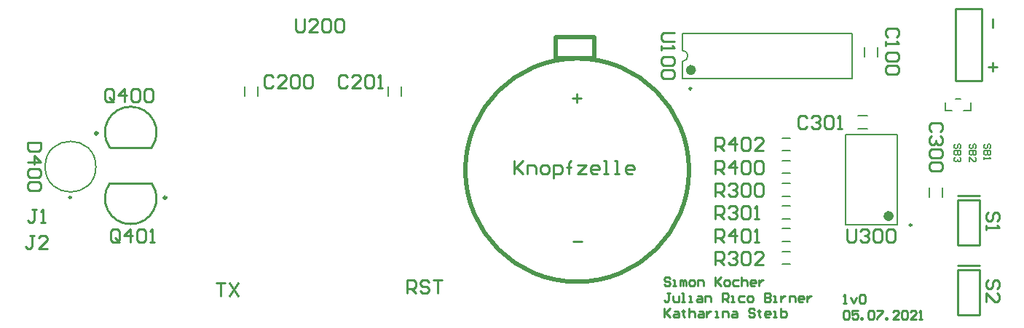
<source format=gto>
G04*
G04 #@! TF.GenerationSoftware,Altium Limited,Altium Designer,21.5.1 (32)*
G04*
G04 Layer_Color=16777215*
%FSLAX25Y25*%
%MOIN*%
G70*
G04*
G04 #@! TF.SameCoordinates,6B47F07E-1737-4CAB-AE6A-8125E67B32FB*
G04*
G04*
G04 #@! TF.FilePolarity,Positive*
G04*
G01*
G75*
%ADD10C,0.01181*%
%ADD11C,0.01000*%
%ADD12C,0.02000*%
%ADD13C,0.00787*%
%ADD14C,0.00984*%
%ADD15C,0.02362*%
%ADD16C,0.00591*%
%ADD17C,0.00800*%
D10*
X66339Y63779D02*
G03*
X66339Y63779I-591J0D01*
G01*
X34843Y93307D02*
G03*
X34843Y93307I-591J0D01*
G01*
D11*
X40337Y70231D02*
G03*
X59663Y70231I9663J-6791D01*
G01*
Y86856D02*
G03*
X40337Y86856I-9663J6791D01*
G01*
X40453Y70259D02*
X59547Y70276D01*
X40453Y86811D02*
X59547Y86828D01*
X427658Y117323D02*
X439468D01*
X427658Y150197D02*
X439468D01*
X427658Y117323D02*
Y150197D01*
X439468Y117323D02*
Y150197D01*
X428642Y64527D02*
X438484D01*
X428642Y62559D02*
X438484D01*
X428642Y42087D02*
X438484D01*
Y62559D01*
X428642Y42087D02*
Y62559D01*
Y32579D02*
X438484D01*
X428642Y30610D02*
X438484D01*
X428642Y10138D02*
X438484D01*
Y30610D01*
X428642Y10138D02*
Y30610D01*
X376197Y15285D02*
X377530D01*
X376863D01*
Y19284D01*
X376197Y18617D01*
X379529Y17951D02*
X380862Y15285D01*
X382195Y17951D01*
X383528Y18617D02*
X384194Y19284D01*
X385527D01*
X386194Y18617D01*
Y15951D01*
X385527Y15285D01*
X384194D01*
X383528Y15951D01*
Y18617D01*
X376197Y11419D02*
X376863Y12085D01*
X378196D01*
X378863Y11419D01*
Y8753D01*
X378196Y8087D01*
X376863D01*
X376197Y8753D01*
Y11419D01*
X382861Y12085D02*
X380196D01*
Y10086D01*
X381528Y10752D01*
X382195D01*
X382861Y10086D01*
Y8753D01*
X382195Y8087D01*
X380862D01*
X380196Y8753D01*
X384194Y8087D02*
Y8753D01*
X384861D01*
Y8087D01*
X384194D01*
X387526Y11419D02*
X388193Y12085D01*
X389526D01*
X390192Y11419D01*
Y8753D01*
X389526Y8087D01*
X388193D01*
X387526Y8753D01*
Y11419D01*
X391525Y12085D02*
X394191D01*
Y11419D01*
X391525Y8753D01*
Y8087D01*
X395524D02*
Y8753D01*
X396190D01*
Y8087D01*
X395524D01*
X401522D02*
X398856D01*
X401522Y10752D01*
Y11419D01*
X400856Y12085D01*
X399523D01*
X398856Y11419D01*
X402855D02*
X403521Y12085D01*
X404854D01*
X405521Y11419D01*
Y8753D01*
X404854Y8087D01*
X403521D01*
X402855Y8753D01*
Y11419D01*
X409519Y8087D02*
X406854D01*
X409519Y10752D01*
Y11419D01*
X408853Y12085D01*
X407520D01*
X406854Y11419D01*
X410852Y8087D02*
X412185D01*
X411519D01*
Y12085D01*
X410852Y11419D01*
X296973Y26680D02*
X296306Y27347D01*
X294973D01*
X294307Y26680D01*
Y26013D01*
X294973Y25347D01*
X296306D01*
X296973Y24681D01*
Y24014D01*
X296306Y23348D01*
X294973D01*
X294307Y24014D01*
X298306Y23348D02*
X299639D01*
X298972D01*
Y26013D01*
X298306D01*
X301638Y23348D02*
Y26013D01*
X302305D01*
X302971Y25347D01*
Y23348D01*
Y25347D01*
X303637Y26013D01*
X304304Y25347D01*
Y23348D01*
X306303D02*
X307636D01*
X308303Y24014D01*
Y25347D01*
X307636Y26013D01*
X306303D01*
X305637Y25347D01*
Y24014D01*
X306303Y23348D01*
X309635D02*
Y26013D01*
X311635D01*
X312301Y25347D01*
Y23348D01*
X317633Y27347D02*
Y23348D01*
Y24681D01*
X320299Y27347D01*
X318299Y25347D01*
X320299Y23348D01*
X322298D02*
X323631D01*
X324297Y24014D01*
Y25347D01*
X323631Y26013D01*
X322298D01*
X321632Y25347D01*
Y24014D01*
X322298Y23348D01*
X328296Y26013D02*
X326297D01*
X325630Y25347D01*
Y24014D01*
X326297Y23348D01*
X328296D01*
X329629Y27347D02*
Y23348D01*
Y25347D01*
X330295Y26013D01*
X331628D01*
X332295Y25347D01*
Y23348D01*
X335627D02*
X334294D01*
X333628Y24014D01*
Y25347D01*
X334294Y26013D01*
X335627D01*
X336294Y25347D01*
Y24681D01*
X333628D01*
X337627Y26013D02*
Y23348D01*
Y24681D01*
X338293Y25347D01*
X338959Y26013D01*
X339626D01*
X296973Y20148D02*
X295640D01*
X296306D01*
Y16816D01*
X295640Y16149D01*
X294973D01*
X294307Y16816D01*
X298306Y18815D02*
Y16816D01*
X298972Y16149D01*
X300972D01*
Y18815D01*
X302305Y16149D02*
X303637D01*
X302971D01*
Y20148D01*
X302305D01*
X305637Y16149D02*
X306970D01*
X306303D01*
Y18815D01*
X305637D01*
X309635D02*
X310968D01*
X311635Y18149D01*
Y16149D01*
X309635D01*
X308969Y16816D01*
X309635Y17482D01*
X311635D01*
X312968Y16149D02*
Y18815D01*
X314967D01*
X315634Y18149D01*
Y16149D01*
X320965D02*
Y20148D01*
X322965D01*
X323631Y19482D01*
Y18149D01*
X322965Y17482D01*
X320965D01*
X322298D02*
X323631Y16149D01*
X324964D02*
X326297D01*
X325630D01*
Y18815D01*
X324964D01*
X330962D02*
X328963D01*
X328296Y18149D01*
Y16816D01*
X328963Y16149D01*
X330962D01*
X332961D02*
X334294D01*
X334961Y16816D01*
Y18149D01*
X334294Y18815D01*
X332961D01*
X332295Y18149D01*
Y16816D01*
X332961Y16149D01*
X340292Y20148D02*
Y16149D01*
X342292D01*
X342958Y16816D01*
Y17482D01*
X342292Y18149D01*
X340292D01*
X342292D01*
X342958Y18815D01*
Y19482D01*
X342292Y20148D01*
X340292D01*
X344291Y16149D02*
X345624D01*
X344957D01*
Y18815D01*
X344291D01*
X347623D02*
Y16149D01*
Y17482D01*
X348290Y18149D01*
X348956Y18815D01*
X349623D01*
X351622Y16149D02*
Y18815D01*
X353621D01*
X354288Y18149D01*
Y16149D01*
X357620D02*
X356287D01*
X355621Y16816D01*
Y18149D01*
X356287Y18815D01*
X357620D01*
X358286Y18149D01*
Y17482D01*
X355621D01*
X359619Y18815D02*
Y16149D01*
Y17482D01*
X360286Y18149D01*
X360952Y18815D01*
X361619D01*
X294307Y12950D02*
Y8951D01*
Y10284D01*
X296973Y12950D01*
X294973Y10950D01*
X296973Y8951D01*
X298972Y11617D02*
X300305D01*
X300972Y10950D01*
Y8951D01*
X298972D01*
X298306Y9617D01*
X298972Y10284D01*
X300972D01*
X302971Y12283D02*
Y11617D01*
X302305D01*
X303637D01*
X302971D01*
Y9617D01*
X303637Y8951D01*
X305637Y12950D02*
Y8951D01*
Y10950D01*
X306303Y11617D01*
X307636D01*
X308303Y10950D01*
Y8951D01*
X310302Y11617D02*
X311635D01*
X312301Y10950D01*
Y8951D01*
X310302D01*
X309635Y9617D01*
X310302Y10284D01*
X312301D01*
X313634Y11617D02*
Y8951D01*
Y10284D01*
X314301Y10950D01*
X314967Y11617D01*
X315634D01*
X317633Y8951D02*
X318966D01*
X318299D01*
Y11617D01*
X317633D01*
X320965Y8951D02*
Y11617D01*
X322965D01*
X323631Y10950D01*
Y8951D01*
X325630Y11617D02*
X326963D01*
X327630Y10950D01*
Y8951D01*
X325630D01*
X324964Y9617D01*
X325630Y10284D01*
X327630D01*
X335627Y12283D02*
X334961Y12950D01*
X333628D01*
X332961Y12283D01*
Y11617D01*
X333628Y10950D01*
X334961D01*
X335627Y10284D01*
Y9617D01*
X334961Y8951D01*
X333628D01*
X332961Y9617D01*
X337627Y12283D02*
Y11617D01*
X336960D01*
X338293D01*
X337627D01*
Y9617D01*
X338293Y8951D01*
X342292D02*
X340959D01*
X340292Y9617D01*
Y10950D01*
X340959Y11617D01*
X342292D01*
X342958Y10950D01*
Y10284D01*
X340292D01*
X344291Y8951D02*
X345624D01*
X344957D01*
Y11617D01*
X344291D01*
X347623Y12950D02*
Y8951D01*
X349623D01*
X350289Y9617D01*
Y10284D01*
Y10950D01*
X349623Y11617D01*
X347623D01*
X8905Y88949D02*
X2906D01*
Y85950D01*
X3906Y84951D01*
X7905D01*
X8905Y85950D01*
Y88949D01*
X2906Y79952D02*
X8905D01*
X5906Y82951D01*
Y78952D01*
X7905Y76953D02*
X8905Y75953D01*
Y73954D01*
X7905Y72954D01*
X3906D01*
X2906Y73954D01*
Y75953D01*
X3906Y76953D01*
X7905D01*
Y70955D02*
X8905Y69955D01*
Y67956D01*
X7905Y66956D01*
X3906D01*
X2906Y67956D01*
Y69955D01*
X3906Y70955D01*
X7905D01*
X44789Y44260D02*
Y48259D01*
X43790Y49259D01*
X41790D01*
X40791Y48259D01*
Y44260D01*
X41790Y43261D01*
X43790D01*
X42790Y45260D02*
X44789Y43261D01*
X43790D02*
X44789Y44260D01*
X49788Y43261D02*
Y49259D01*
X46789Y46260D01*
X50787D01*
X52787Y48259D02*
X53786Y49259D01*
X55786D01*
X56786Y48259D01*
Y44260D01*
X55786Y43261D01*
X53786D01*
X52787Y44260D01*
Y48259D01*
X58785Y43261D02*
X60784D01*
X59785D01*
Y49259D01*
X58785Y48259D01*
X5835Y46433D02*
X3836D01*
X4835D01*
Y41434D01*
X3836Y40435D01*
X2836D01*
X1836Y41434D01*
X11833Y40435D02*
X7834D01*
X11833Y44434D01*
Y45433D01*
X10833Y46433D01*
X8834D01*
X7834Y45433D01*
X6835Y58244D02*
X4835D01*
X5835D01*
Y53246D01*
X4835Y52246D01*
X3836D01*
X2836Y53246D01*
X8834Y52246D02*
X10833D01*
X9834D01*
Y58244D01*
X8834Y57244D01*
X317350Y43458D02*
Y49456D01*
X320349D01*
X321349Y48456D01*
Y46457D01*
X320349Y45457D01*
X317350D01*
X319349D02*
X321349Y43458D01*
X326347D02*
Y49456D01*
X323348Y46457D01*
X327347D01*
X329346Y48456D02*
X330346Y49456D01*
X332345D01*
X333345Y48456D01*
Y44457D01*
X332345Y43458D01*
X330346D01*
X329346Y44457D01*
Y48456D01*
X335344Y43458D02*
X337344D01*
X336344D01*
Y49456D01*
X335344Y48456D01*
X254331Y111448D02*
Y107449D01*
X256330Y109449D02*
X252331D01*
X252378Y43618D02*
X256377D01*
X444343Y121623D02*
Y125621D01*
X442344Y123622D02*
X446343D01*
X444343Y141623D02*
Y145621D01*
X89189Y24715D02*
X93188D01*
X91188D01*
Y18717D01*
X95187Y24715D02*
X99186Y18717D01*
Y24715D02*
X95187Y18717D01*
X176591Y19898D02*
Y25896D01*
X179590D01*
X180589Y24896D01*
Y22897D01*
X179590Y21897D01*
X176591D01*
X178590D02*
X180589Y19898D01*
X186587Y24896D02*
X185588Y25896D01*
X183588D01*
X182589Y24896D01*
Y23896D01*
X183588Y22897D01*
X185588D01*
X186587Y21897D01*
Y20897D01*
X185588Y19898D01*
X183588D01*
X182589Y20897D01*
X188587Y25896D02*
X192585D01*
X190586D01*
Y19898D01*
X149022Y118929D02*
X148022Y119928D01*
X146023D01*
X145023Y118929D01*
Y114930D01*
X146023Y113930D01*
X148022D01*
X149022Y114930D01*
X155020Y113930D02*
X151021D01*
X155020Y117929D01*
Y118929D01*
X154020Y119928D01*
X152021D01*
X151021Y118929D01*
X157019D02*
X158019Y119928D01*
X160018D01*
X161018Y118929D01*
Y114930D01*
X160018Y113930D01*
X158019D01*
X157019Y114930D01*
Y118929D01*
X163017Y113930D02*
X165016D01*
X164017D01*
Y119928D01*
X163017Y118929D01*
X400424Y137206D02*
X401424Y138206D01*
Y140206D01*
X400424Y141205D01*
X396426D01*
X395426Y140206D01*
Y138206D01*
X396426Y137206D01*
X395426Y135207D02*
Y133208D01*
Y134207D01*
X401424D01*
X400424Y135207D01*
Y130209D02*
X401424Y129209D01*
Y127210D01*
X400424Y126210D01*
X396426D01*
X395426Y127210D01*
Y129209D01*
X396426Y130209D01*
X400424D01*
Y124211D02*
X401424Y123211D01*
Y121212D01*
X400424Y120212D01*
X396426D01*
X395426Y121212D01*
Y123211D01*
X396426Y124211D01*
X400424D01*
X225658Y80770D02*
Y74772D01*
Y76772D01*
X229657Y80770D01*
X226658Y77771D01*
X229657Y74772D01*
X231657D02*
Y78771D01*
X234656D01*
X235655Y77771D01*
Y74772D01*
X238654D02*
X240654D01*
X241653Y75772D01*
Y77771D01*
X240654Y78771D01*
X238654D01*
X237655Y77771D01*
Y75772D01*
X238654Y74772D01*
X243653Y72773D02*
Y78771D01*
X246652D01*
X247651Y77771D01*
Y75772D01*
X246652Y74772D01*
X243653D01*
X250650D02*
Y79771D01*
Y77771D01*
X249651D01*
X251650D01*
X250650D01*
Y79771D01*
X251650Y80770D01*
X254649Y78771D02*
X258648D01*
X254649Y74772D01*
X258648D01*
X263646D02*
X261647D01*
X260647Y75772D01*
Y77771D01*
X261647Y78771D01*
X263646D01*
X264646Y77771D01*
Y76772D01*
X260647D01*
X266645Y74772D02*
X268645D01*
X267645D01*
Y80770D01*
X266645D01*
X271644Y74772D02*
X273643D01*
X272643D01*
Y80770D01*
X271644D01*
X279641Y74772D02*
X277642D01*
X276642Y75772D01*
Y77771D01*
X277642Y78771D01*
X279641D01*
X280641Y77771D01*
Y76772D01*
X276642D01*
X115050Y118929D02*
X114050Y119928D01*
X112050D01*
X111051Y118929D01*
Y114930D01*
X112050Y113930D01*
X114050D01*
X115050Y114930D01*
X121048Y113930D02*
X117049D01*
X121048Y117929D01*
Y118929D01*
X120048Y119928D01*
X118049D01*
X117049Y118929D01*
X123047D02*
X124047Y119928D01*
X126046D01*
X127046Y118929D01*
Y114930D01*
X126046Y113930D01*
X124047D01*
X123047Y114930D01*
Y118929D01*
X129045D02*
X130045Y119928D01*
X132044D01*
X133044Y118929D01*
Y114930D01*
X132044Y113930D01*
X130045D01*
X129045Y114930D01*
Y118929D01*
X446343Y22161D02*
X447342Y23161D01*
Y25160D01*
X446343Y26160D01*
X445343D01*
X444343Y25160D01*
Y23161D01*
X443343Y22161D01*
X442344D01*
X441344Y23161D01*
Y25160D01*
X442344Y26160D01*
X441344Y16163D02*
Y20162D01*
X445343Y16163D01*
X446343D01*
X447342Y17163D01*
Y19162D01*
X446343Y20162D01*
X446343Y52953D02*
X447342Y53952D01*
Y55952D01*
X446343Y56951D01*
X445343D01*
X444343Y55952D01*
Y53952D01*
X443343Y52953D01*
X442344D01*
X441344Y53952D01*
Y55952D01*
X442344Y56951D01*
X441344Y50953D02*
Y48954D01*
Y49954D01*
X447342D01*
X446343Y50953D01*
X125618Y145676D02*
Y140678D01*
X126618Y139678D01*
X128617D01*
X129616Y140678D01*
Y145676D01*
X135615Y139678D02*
X131616D01*
X135615Y143677D01*
Y144676D01*
X134615Y145676D01*
X132616D01*
X131616Y144676D01*
X137614D02*
X138614Y145676D01*
X140613D01*
X141613Y144676D01*
Y140678D01*
X140613Y139678D01*
X138614D01*
X137614Y140678D01*
Y144676D01*
X143612D02*
X144612Y145676D01*
X146611D01*
X147611Y144676D01*
Y140678D01*
X146611Y139678D01*
X144612D01*
X143612Y140678D01*
Y144676D01*
X377980Y49456D02*
Y44457D01*
X378980Y43458D01*
X380979D01*
X381979Y44457D01*
Y49456D01*
X383978Y48456D02*
X384978Y49456D01*
X386977D01*
X387977Y48456D01*
Y47456D01*
X386977Y46457D01*
X385977D01*
X386977D01*
X387977Y45457D01*
Y44457D01*
X386977Y43458D01*
X384978D01*
X383978Y44457D01*
X389976Y48456D02*
X390976Y49456D01*
X392975D01*
X393975Y48456D01*
Y44457D01*
X392975Y43458D01*
X390976D01*
X389976Y44457D01*
Y48456D01*
X395974D02*
X396974Y49456D01*
X398973D01*
X399973Y48456D01*
Y44457D01*
X398973Y43458D01*
X396974D01*
X395974Y44457D01*
Y48456D01*
X298964Y139237D02*
X293965D01*
X292966Y138237D01*
Y136238D01*
X293965Y135238D01*
X298964D01*
X292966Y133239D02*
Y131239D01*
Y132239D01*
X298964D01*
X297964Y133239D01*
Y128240D02*
X298964Y127241D01*
Y125241D01*
X297964Y124242D01*
X293965D01*
X292966Y125241D01*
Y127241D01*
X293965Y128240D01*
X297964D01*
Y122242D02*
X298964Y121243D01*
Y119243D01*
X297964Y118244D01*
X293965D01*
X292966Y119243D01*
Y121243D01*
X293965Y122242D01*
X297964D01*
X317350Y85190D02*
Y91188D01*
X320349D01*
X321349Y90188D01*
Y88189D01*
X320349Y87189D01*
X317350D01*
X319349D02*
X321349Y85190D01*
X326347D02*
Y91188D01*
X323348Y88189D01*
X327347D01*
X329346Y90188D02*
X330346Y91188D01*
X332345D01*
X333345Y90188D01*
Y86190D01*
X332345Y85190D01*
X330346D01*
X329346Y86190D01*
Y90188D01*
X339343Y85190D02*
X335344D01*
X339343Y89189D01*
Y90188D01*
X338343Y91188D01*
X336344D01*
X335344Y90188D01*
X317350Y74757D02*
Y80755D01*
X320349D01*
X321349Y79755D01*
Y77756D01*
X320349Y76756D01*
X317350D01*
X319349D02*
X321349Y74757D01*
X326347D02*
Y80755D01*
X323348Y77756D01*
X327347D01*
X329346Y79755D02*
X330346Y80755D01*
X332345D01*
X333345Y79755D01*
Y75757D01*
X332345Y74757D01*
X330346D01*
X329346Y75757D01*
Y79755D01*
X335344D02*
X336344Y80755D01*
X338343D01*
X339343Y79755D01*
Y75757D01*
X338343Y74757D01*
X336344D01*
X335344Y75757D01*
Y79755D01*
X317350Y33025D02*
Y39023D01*
X320349D01*
X321349Y38023D01*
Y36024D01*
X320349Y35024D01*
X317350D01*
X319349D02*
X321349Y33025D01*
X323348Y38023D02*
X324348Y39023D01*
X326347D01*
X327347Y38023D01*
Y37023D01*
X326347Y36024D01*
X325347D01*
X326347D01*
X327347Y35024D01*
Y34024D01*
X326347Y33025D01*
X324348D01*
X323348Y34024D01*
X329346Y38023D02*
X330346Y39023D01*
X332345D01*
X333345Y38023D01*
Y34024D01*
X332345Y33025D01*
X330346D01*
X329346Y34024D01*
Y38023D01*
X339343Y33025D02*
X335344D01*
X339343Y37023D01*
Y38023D01*
X338343Y39023D01*
X336344D01*
X335344Y38023D01*
X317350Y53891D02*
Y59889D01*
X320349D01*
X321349Y58889D01*
Y56890D01*
X320349Y55890D01*
X317350D01*
X319349D02*
X321349Y53891D01*
X323348Y58889D02*
X324348Y59889D01*
X326347D01*
X327347Y58889D01*
Y57889D01*
X326347Y56890D01*
X325347D01*
X326347D01*
X327347Y55890D01*
Y54890D01*
X326347Y53891D01*
X324348D01*
X323348Y54890D01*
X329346Y58889D02*
X330346Y59889D01*
X332345D01*
X333345Y58889D01*
Y54890D01*
X332345Y53891D01*
X330346D01*
X329346Y54890D01*
Y58889D01*
X335344Y53891D02*
X337344D01*
X336344D01*
Y59889D01*
X335344Y58889D01*
X317350Y64324D02*
Y70322D01*
X320349D01*
X321349Y69322D01*
Y67323D01*
X320349Y66323D01*
X317350D01*
X319349D02*
X321349Y64324D01*
X323348Y69322D02*
X324348Y70322D01*
X326347D01*
X327347Y69322D01*
Y68322D01*
X326347Y67323D01*
X325347D01*
X326347D01*
X327347Y66323D01*
Y65324D01*
X326347Y64324D01*
X324348D01*
X323348Y65324D01*
X329346Y69322D02*
X330346Y70322D01*
X332345D01*
X333345Y69322D01*
Y65324D01*
X332345Y64324D01*
X330346D01*
X329346Y65324D01*
Y69322D01*
X335344D02*
X336344Y70322D01*
X338343D01*
X339343Y69322D01*
Y65324D01*
X338343Y64324D01*
X336344D01*
X335344Y65324D01*
Y69322D01*
X42215Y108631D02*
Y112629D01*
X41215Y113629D01*
X39216D01*
X38216Y112629D01*
Y108631D01*
X39216Y107631D01*
X41215D01*
X40216Y109630D02*
X42215Y107631D01*
X41215D02*
X42215Y108631D01*
X47213Y107631D02*
Y113629D01*
X44214Y110630D01*
X48213D01*
X50212Y112629D02*
X51212Y113629D01*
X53211D01*
X54211Y112629D01*
Y108631D01*
X53211Y107631D01*
X51212D01*
X50212Y108631D01*
Y112629D01*
X56210D02*
X57210Y113629D01*
X59209D01*
X60209Y112629D01*
Y108631D01*
X59209Y107631D01*
X57210D01*
X56210Y108631D01*
Y112629D01*
X359356Y100425D02*
X358357Y101424D01*
X356357D01*
X355358Y100425D01*
Y96426D01*
X356357Y95426D01*
X358357D01*
X359356Y96426D01*
X361356Y100425D02*
X362355Y101424D01*
X364355D01*
X365354Y100425D01*
Y99425D01*
X364355Y98425D01*
X363355D01*
X364355D01*
X365354Y97426D01*
Y96426D01*
X364355Y95426D01*
X362355D01*
X361356Y96426D01*
X367354Y100425D02*
X368353Y101424D01*
X370353D01*
X371352Y100425D01*
Y96426D01*
X370353Y95426D01*
X368353D01*
X367354Y96426D01*
Y100425D01*
X373352Y95426D02*
X375351D01*
X374351D01*
Y101424D01*
X373352Y100425D01*
X420503Y93907D02*
X421503Y94907D01*
Y96906D01*
X420503Y97906D01*
X416505D01*
X415505Y96906D01*
Y94907D01*
X416505Y93907D01*
X420503Y91908D02*
X421503Y90908D01*
Y88909D01*
X420503Y87909D01*
X419504D01*
X418504Y88909D01*
Y89908D01*
Y88909D01*
X417504Y87909D01*
X416505D01*
X415505Y88909D01*
Y90908D01*
X416505Y91908D01*
X420503Y85910D02*
X421503Y84910D01*
Y82911D01*
X420503Y81911D01*
X416505D01*
X415505Y82911D01*
Y84910D01*
X416505Y85910D01*
X420503D01*
Y79912D02*
X421503Y78912D01*
Y76913D01*
X420503Y75913D01*
X416505D01*
X415505Y76913D01*
Y78912D01*
X416505Y79912D01*
X420503D01*
D12*
X305512Y76378D02*
G03*
X305512Y76378I-51181J0D01*
G01*
X244488Y137401D02*
X262205D01*
X244488Y127559D02*
X262205D01*
Y137401D01*
X244488Y127559D02*
Y137401D01*
D13*
X302461Y126240D02*
G03*
X302461Y131240I0J2500D01*
G01*
X391732Y128347D02*
Y132677D01*
X385827Y128347D02*
Y132677D01*
X302461Y118307D02*
X380020D01*
X302461Y139173D02*
X380020D01*
X302461Y118307D02*
Y126240D01*
Y131240D02*
Y139173D01*
X380020Y118307D02*
Y139173D01*
X348031Y70354D02*
X351969D01*
X348031Y64449D02*
X351969D01*
X348031Y59961D02*
X351969D01*
X348031Y54055D02*
X351969D01*
X348031Y80748D02*
X351969D01*
X348031Y74843D02*
X351969D01*
X167913Y110433D02*
Y114764D01*
X173819Y110433D02*
Y114764D01*
X348031Y91142D02*
X351969D01*
X348031Y85236D02*
X351969D01*
X348031Y43661D02*
X351969D01*
X348031Y49567D02*
X351969D01*
X348031Y39173D02*
X351969D01*
X348031Y33268D02*
X351969D01*
X382874Y101378D02*
X387205D01*
X382874Y95473D02*
X387205D01*
X415551Y63878D02*
Y68209D01*
X421457Y63878D02*
Y68209D01*
X108071Y110433D02*
Y114764D01*
X102165Y110433D02*
Y114764D01*
X377166Y92717D02*
X400787D01*
X377166Y51378D02*
X400787D01*
X377166D02*
Y92717D01*
X400787Y51378D02*
Y92717D01*
X427559Y109055D02*
X429725D01*
X422736Y103543D02*
Y107382D01*
X431299Y103543D02*
X434547D01*
X422736D02*
X425984D01*
X434547D02*
Y107382D01*
D14*
X306614Y113740D02*
G03*
X306614Y113740I-492J0D01*
G01*
X22736Y63878D02*
G03*
X22736Y63878I-492J0D01*
G01*
X407382Y51201D02*
G03*
X407382Y51201I-492J0D01*
G01*
D15*
X307579Y122244D02*
G03*
X307579Y122244I-1181J0D01*
G01*
X398031Y55315D02*
G03*
X398031Y55315I-1181J0D01*
G01*
D16*
X34055Y77953D02*
G03*
X34055Y77953I-11614J0D01*
G01*
D17*
X429346Y86304D02*
X429846Y86804D01*
Y87804D01*
X429346Y88304D01*
X428846D01*
X428346Y87804D01*
Y86804D01*
X427847Y86304D01*
X427347D01*
X426847Y86804D01*
Y87804D01*
X427347Y88304D01*
X429846Y85305D02*
X426847D01*
Y83805D01*
X427347Y83305D01*
X427847D01*
X428346Y83805D01*
Y85305D01*
Y83805D01*
X428846Y83305D01*
X429346D01*
X429846Y83805D01*
Y85305D01*
X429346Y82306D02*
X429846Y81806D01*
Y80806D01*
X429346Y80306D01*
X428846D01*
X428346Y80806D01*
Y81306D01*
Y80806D01*
X427847Y80306D01*
X427347D01*
X426847Y80806D01*
Y81806D01*
X427347Y82306D01*
X436433Y86304D02*
X436933Y86804D01*
Y87804D01*
X436433Y88304D01*
X435933D01*
X435433Y87804D01*
Y86804D01*
X434933Y86304D01*
X434433D01*
X433934Y86804D01*
Y87804D01*
X434433Y88304D01*
X436933Y85305D02*
X433934D01*
Y83805D01*
X434433Y83305D01*
X434933D01*
X435433Y83805D01*
Y85305D01*
Y83805D01*
X435933Y83305D01*
X436433D01*
X436933Y83805D01*
Y85305D01*
X433934Y80306D02*
Y82306D01*
X435933Y80306D01*
X436433D01*
X436933Y80806D01*
Y81806D01*
X436433Y82306D01*
X443126Y86304D02*
X443625Y86804D01*
Y87804D01*
X443126Y88304D01*
X442626D01*
X442126Y87804D01*
Y86804D01*
X441626Y86304D01*
X441126D01*
X440626Y86804D01*
Y87804D01*
X441126Y88304D01*
X443625Y85305D02*
X440626D01*
Y83805D01*
X441126Y83305D01*
X441626D01*
X442126Y83805D01*
Y85305D01*
Y83805D01*
X442626Y83305D01*
X443126D01*
X443625Y83805D01*
Y85305D01*
X440626Y82306D02*
Y81306D01*
Y81806D01*
X443625D01*
X443126Y82306D01*
M02*

</source>
